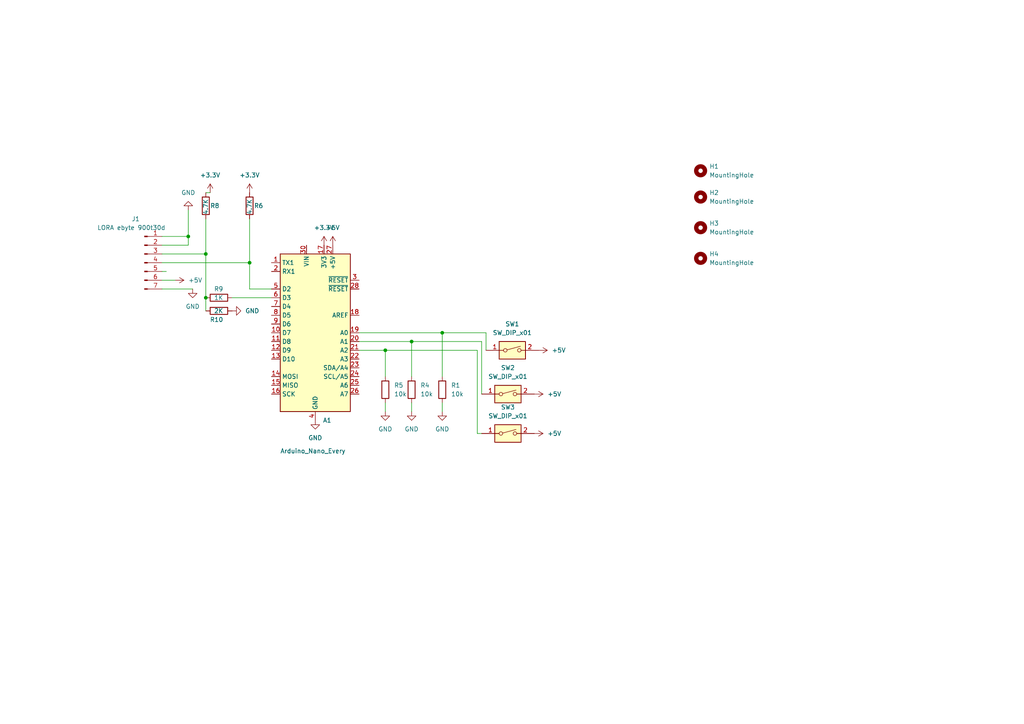
<source format=kicad_sch>
(kicad_sch (version 20230121) (generator eeschema)
  (paper "A4")
  (lib_symbols
    (symbol "Connector:Conn_01x07_Pin" (pin_names (offset 1.016) hide)
      (property "Reference" "J" (at 0 10.16 0))
      (property "Value" "Conn_01x07_Pin" (at 0 -10.16 0))
      (symbol "Conn_01x07_Pin_1_1"
        (polyline (pts (xy 1.27 -7.62) (xy 0.8636 -7.62)) (stroke (width 0.1524)))
        (polyline (pts (xy 1.27 -5.08) (xy 0.8636 -5.08)) (stroke (width 0.1524)))
        (polyline (pts (xy 1.27 -2.54) (xy 0.8636 -2.54)) (stroke (width 0.1524)))
        (polyline (pts (xy 1.27 0) (xy 0.8636 0)) (stroke (width 0.1524)))
        (polyline (pts (xy 1.27 2.54) (xy 0.8636 2.54)) (stroke (width 0.1524)))
        (polyline (pts (xy 1.27 5.08) (xy 0.8636 5.08)) (stroke (width 0.1524)))
        (polyline (pts (xy 1.27 7.62) (xy 0.8636 7.62)) (stroke (width 0.1524)))
        (rectangle (start 0.8636 -7.493) (end 0 -7.747) (stroke (width 0.1524)) (fill (type outline)))
        (rectangle (start 0.8636 -4.953) (end 0 -5.207) (stroke (width 0.1524)) (fill (type outline)))
        (rectangle (start 0.8636 -2.413) (end 0 -2.667) (stroke (width 0.1524)) (fill (type outline)))
        (rectangle (start 0.8636 0.127) (end 0 -0.127) (stroke (width 0.1524)) (fill (type outline)))
        (rectangle (start 0.8636 2.667) (end 0 2.413) (stroke (width 0.1524)) (fill (type outline)))
        (rectangle (start 0.8636 5.207) (end 0 4.953) (stroke (width 0.1524)) (fill (type outline)))
        (rectangle (start 0.8636 7.747) (end 0 7.493) (stroke (width 0.1524)) (fill (type outline)))
        (pin passive line (at 5.08 7.62 180) (length 3.81) (name "Pin_1") (number "1"))
        (pin passive line (at 5.08 5.08 180) (length 3.81) (name "Pin_2") (number "2"))
        (pin passive line (at 5.08 2.54 180) (length 3.81) (name "Pin_3") (number "3"))
        (pin passive line (at 5.08 0 180) (length 3.81) (name "Pin_4") (number "4"))
        (pin passive line (at 5.08 -2.54 180) (length 3.81) (name "Pin_5") (number "5"))
        (pin passive line (at 5.08 -5.08 180) (length 3.81) (name "Pin_6") (number "6"))
        (pin passive line (at 5.08 -7.62 180) (length 3.81) (name "Pin_7") (number "7"))
      )
    )
    (symbol "Device:R" (pin_numbers hide) (pin_names (offset 0))
      (property "Reference" "R" (at 2.032 0 90))
      (property "Value" "R" (at 0 0 90))
      (symbol "R_0_1"
        (rectangle (start -1.016 -2.54) (end 1.016 2.54) (stroke (width 0.254)))
      )
      (symbol "R_1_1"
        (pin passive line (at 0 3.81 270) (length 1.27) (name "~") (number "1"))
        (pin passive line (at 0 -3.81 90) (length 1.27) (name "~") (number "2"))
      )
    )
    (symbol "MCU_Module:Arduino_Nano_Every"
      (property "Reference" "A" (at -10.16 23.495 0))
      (property "Value" "Arduino_Nano_Every" (at 5.08 -24.13 0))
      (symbol "Arduino_Nano_Every_0_1"
        (rectangle (start -10.16 22.86) (end 10.16 -22.86) (stroke (width 0.254)) (fill (type background)))
      )
      (symbol "Arduino_Nano_Every_1_1"
        (pin bidirectional line (at -12.7 20.32 0) (length 2.54) (name "TX1") (number "1"))
        (pin bidirectional line (at -12.7 0 0) (length 2.54) (name "D7") (number "10"))
        (pin bidirectional line (at -12.7 -2.54 0) (length 2.54) (name "D8") (number "11"))
        (pin bidirectional line (at -12.7 -5.08 0) (length 2.54) (name "D9") (number "12"))
        (pin bidirectional line (at -12.7 -7.62 0) (length 2.54) (name "D10") (number "13"))
        (pin bidirectional line (at -12.7 -12.7 0) (length 2.54) (name "MOSI") (number "14"))
        (pin bidirectional line (at -12.7 -15.24 0) (length 2.54) (name "MISO") (number "15"))
        (pin bidirectional line (at -12.7 -17.78 0) (length 2.54) (name "SCK") (number "16"))
        (pin power_out line (at 2.54 25.4 270) (length 2.54) (name "3V3") (number "17"))
        (pin input line (at 12.7 5.08 180) (length 2.54) (name "AREF") (number "18"))
        (pin bidirectional line (at 12.7 0 180) (length 2.54) (name "A0") (number "19"))
        (pin bidirectional line (at -12.7 17.78 0) (length 2.54) (name "RX1") (number "2"))
        (pin bidirectional line (at 12.7 -2.54 180) (length 2.54) (name "A1") (number "20"))
        (pin bidirectional line (at 12.7 -5.08 180) (length 2.54) (name "A2") (number "21"))
        (pin bidirectional line (at 12.7 -7.62 180) (length 2.54) (name "A3") (number "22"))
        (pin bidirectional line (at 12.7 -10.16 180) (length 2.54) (name "SDA/A4") (number "23"))
        (pin bidirectional line (at 12.7 -12.7 180) (length 2.54) (name "SCL/A5") (number "24"))
        (pin bidirectional line (at 12.7 -15.24 180) (length 2.54) (name "A6") (number "25"))
        (pin bidirectional line (at 12.7 -17.78 180) (length 2.54) (name "A7") (number "26"))
        (pin power_out line (at 5.08 25.4 270) (length 2.54) (name "+5V") (number "27"))
        (pin input line (at 12.7 12.7 180) (length 2.54) (name "~{RESET}") (number "28"))
        (pin passive line (at 0 -25.4 90) (length 2.54) hide (name "GND") (number "29"))
        (pin input line (at 12.7 15.24 180) (length 2.54) (name "~{RESET}") (number "3"))
        (pin power_in line (at -2.54 25.4 270) (length 2.54) (name "VIN") (number "30"))
        (pin power_in line (at 0 -25.4 90) (length 2.54) (name "GND") (number "4"))
        (pin bidirectional line (at -12.7 12.7 0) (length 2.54) (name "D2") (number "5"))
        (pin bidirectional line (at -12.7 10.16 0) (length 2.54) (name "D3") (number "6"))
        (pin bidirectional line (at -12.7 7.62 0) (length 2.54) (name "D4") (number "7"))
        (pin bidirectional line (at -12.7 5.08 0) (length 2.54) (name "D5") (number "8"))
        (pin bidirectional line (at -12.7 2.54 0) (length 2.54) (name "D6") (number "9"))
      )
    )
    (symbol "Mechanical:MountingHole" (pin_names (offset 1.016))
      (property "Reference" "H" (at 0 5.08 0))
      (property "Value" "MountingHole" (at 0 3.175 0))
      (symbol "MountingHole_0_1"
        (circle (center 0 0) (radius 1.27) (stroke (width 1.27)))
      )
    )
    (symbol "Switch:SW_DIP_x01" (pin_names (offset 0) hide)
      (property "Reference" "SW" (at 0 3.81 0))
      (property "Value" "SW_DIP_x01" (at 0 -3.81 0))
      (symbol "SW_DIP_x01_0_0"
        (circle (center -2.032 0) (radius 0.508))
        (polyline (pts (xy -1.524 0.127) (xy 2.3622 1.1684)))
        (circle (center 2.032 0) (radius 0.508))
      )
      (symbol "SW_DIP_x01_0_1"
        (rectangle (start -3.81 2.54) (end 3.81 -2.54) (stroke (width 0.254)) (fill (type background)))
      )
      (symbol "SW_DIP_x01_1_1"
        (pin passive line (at -7.62 0 0) (length 5.08) (name "~") (number "1"))
        (pin passive line (at 7.62 0 180) (length 5.08) (name "~") (number "2"))
      )
    )
    (symbol "power:+3.3V" (power) (pin_names (offset 0))
      (property "Value" "+3.3V" (at 0 3.556 0))
      (symbol "+3.3V_0_1"
        (polyline (pts (xy -0.762 1.27) (xy 0 2.54)))
        (polyline (pts (xy 0 0) (xy 0 2.54)))
        (polyline (pts (xy 0 2.54) (xy 0.762 1.27)))
      )
      (symbol "+3.3V_1_1"
        (pin power_in line (at 0 0 90) (length 0) hide (name "+3.3V") (number "1"))
      )
    )
    (symbol "power:+5V" (power) (pin_names (offset 0))
      (property "Value" "+5V" (at 0 3.556 0))
      (symbol "+5V_0_1"
        (polyline (pts (xy -0.762 1.27) (xy 0 2.54)))
        (polyline (pts (xy 0 0) (xy 0 2.54)))
        (polyline (pts (xy 0 2.54) (xy 0.762 1.27)))
      )
      (symbol "+5V_1_1"
        (pin power_in line (at 0 0 90) (length 0) hide (name "+5V") (number "1"))
      )
    )
    (symbol "power:GND" (power) (pin_names (offset 0))
      (property "Value" "GND" (at 0 -3.81 0))
      (symbol "GND_0_1"
        (polyline (pts (xy 0 0) (xy 0 -1.27) (xy 1.27 -1.27) (xy 0 -2.54) (xy -1.27 -1.27) (xy 0 -1.27)))
      )
      (symbol "GND_1_1"
        (pin power_in line (at 0 0 270) (length 0) hide (name "GND") (number "1"))
      )
    )
  )
  (junction (at 72.39 76.2))
  (junction (at 119.38 99.06))
  (junction (at 59.69 73.66))
  (junction (at 54.61 68.58))
  (junction (at 59.69 86.36))
  (junction (at 128.27 96.52))
  (junction (at 111.76 101.6))
  (wire (pts (xy 46.99 81.28) (xy 50.8 81.28)))
  (wire (pts (xy 46.99 76.2) (xy 72.39 76.2)))
  (wire (pts (xy 128.27 96.52) (xy 128.27 109.22)))
  (wire (pts (xy 138.43 101.6) (xy 138.43 125.73)))
  (wire (pts (xy 128.27 116.84) (xy 128.27 119.38)))
  (wire (pts (xy 104.14 99.06) (xy 119.38 99.06)))
  (wire (pts (xy 111.76 101.6) (xy 138.43 101.6)))
  (wire (pts (xy 46.99 68.58) (xy 54.61 68.58)))
  (wire (pts (xy 119.38 99.06) (xy 139.7 99.06)))
  (wire (pts (xy 140.97 96.52) (xy 140.97 101.6)))
  (wire (pts (xy 119.38 99.06) (xy 119.38 109.22)))
  (wire (pts (xy 139.7 99.06) (xy 139.7 114.3)))
  (wire (pts (xy 54.61 71.12) (xy 54.61 68.58)))
  (wire (pts (xy 59.69 86.36) (xy 59.69 90.17)))
  (wire (pts (xy 104.14 96.52) (xy 128.27 96.52)))
  (wire (pts (xy 46.99 71.12) (xy 54.61 71.12)))
  (wire (pts (xy 72.39 83.82) (xy 78.74 83.82)))
  (wire (pts (xy 104.14 101.6) (xy 111.76 101.6)))
  (wire (pts (xy 111.76 101.6) (xy 111.76 109.22)))
  (wire (pts (xy 119.38 116.84) (xy 119.38 119.38)))
  (wire (pts (xy 59.69 63.5) (xy 59.69 73.66)))
  (wire (pts (xy 111.76 116.84) (xy 111.76 119.38)))
  (wire (pts (xy 138.43 125.73) (xy 139.7 125.73)))
  (wire (pts (xy 67.31 86.36) (xy 78.74 86.36)))
  (wire (pts (xy 72.39 63.5) (xy 72.39 76.2)))
  (wire (pts (xy 59.69 55.88) (xy 60.96 55.88)))
  (wire (pts (xy 46.99 73.66) (xy 59.69 73.66)))
  (wire (pts (xy 46.99 83.82) (xy 55.88 83.82)))
  (wire (pts (xy 54.61 68.58) (xy 54.61 60.96)))
  (wire (pts (xy 128.27 96.52) (xy 140.97 96.52)))
  (wire (pts (xy 59.69 73.66) (xy 59.69 86.36)))
  (wire (pts (xy 72.39 76.2) (xy 72.39 83.82)))
  (wire (pts (xy 46.99 78.74) (xy 48.26 78.74)))
  (symbol (lib_id "Mechanical:MountingHole") (at 203.2 74.93 0) (unit 1)
    (property "Reference" "H4" (at 205.74 73.66 0) (effects (justify left)))
    (property "Value" "MountingHole" (at 205.74 76.2 0) (effects (justify left)))
    (property "Footprint" "MountingHole:MountingHole_2.5mm" (effects hide))
  )
  (symbol (lib_id "Mechanical:MountingHole") (at 203.2 57.15 0) (unit 1)
    (property "Reference" "H2" (at 205.74 55.88 0) (effects (justify left)))
    (property "Value" "MountingHole" (at 205.74 58.42 0) (effects (justify left)))
    (property "Footprint" "MountingHole:MountingHole_2.5mm" (effects hide))
  )
  (symbol (lib_id "power:GND") (at 111.76 119.38 0) (unit 1)
    (property "Reference" "#PWR03" (effects hide))
    (property "Value" "GND" (at 111.76 124.46 0))
  )
  (symbol (lib_id "Device:R") (at 111.76 113.03 0) (unit 1)
    (property "Reference" "R5" (at 114.3 111.76 0) (effects (justify left)))
    (property "Value" "10k" (at 114.3 114.3 0) (effects (justify left)))
    (property "Footprint" "Resistor_THT:R_Axial_DIN0207_L6.3mm_D2.5mm_P10.16mm_Horizontal" (effects hide))
  )
  (symbol (lib_id "Device:R") (at 63.5 86.36 270) (unit 1)
    (property "Reference" "R9" (at 64.77 83.82 90) (effects (justify right)))
    (property "Value" "1K" (at 64.77 86.36 90) (effects (justify right)))
    (property "Footprint" "Resistor_THT:R_Axial_DIN0207_L6.3mm_D2.5mm_P10.16mm_Horizontal" (effects hide))
  )
  (symbol (lib_id "power:+5V") (at 96.52 71.12 0) (unit 1)
    (property "Reference" "#PWR04" (effects hide))
    (property "Value" "+5V" (at 96.52 66.04 0))
  )
  (symbol (lib_id "power:GND") (at 67.31 90.17 90) (unit 1)
    (property "Reference" "#PWR012" (effects hide))
    (property "Value" "GND" (at 71.12 90.17 90) (effects (justify right)))
  )
  (symbol (lib_id "power:+3.3V") (at 93.98 71.12 0) (unit 1)
    (property "Reference" "#PWR09" (effects hide))
    (property "Value" "+3.3V" (at 93.98 66.04 0))
  )
  (symbol (lib_id "Switch:SW_DIP_x01") (at 147.32 114.3 0) (unit 1)
    (property "Reference" "SW2" (at 147.32 106.68 0))
    (property "Value" "SW_DIP_x01" (at 147.32 109.22 0))
    (property "Footprint" "Connector_PinSocket_2.54mm:PinSocket_1x02_P2.54mm_Vertical" (effects hide))
  )
  (symbol (lib_id "power:+5V") (at 154.94 114.3 270) (unit 1)
    (property "Reference" "#PWR06" (effects hide))
    (property "Value" "+5V" (at 158.75 114.3 90) (effects (justify left)))
  )
  (symbol (lib_id "Device:R") (at 63.5 90.17 270) (unit 1)
    (property "Reference" "R10" (at 64.77 92.71 90) (effects (justify right)))
    (property "Value" "2K" (at 64.77 90.17 90) (effects (justify right)))
    (property "Footprint" "Resistor_THT:R_Axial_DIN0207_L6.3mm_D2.5mm_P10.16mm_Horizontal" (effects hide))
  )
  (symbol (lib_id "Mechanical:MountingHole") (at 203.2 49.53 0) (unit 1)
    (property "Reference" "H1" (at 205.74 48.26 0) (effects (justify left)))
    (property "Value" "MountingHole" (at 205.74 50.8 0) (effects (justify left)))
    (property "Footprint" "MountingHole:MountingHole_2.5mm" (effects hide))
  )
  (symbol (lib_id "power:+5V") (at 156.21 101.6 270) (unit 1)
    (property "Reference" "#PWR05" (effects hide))
    (property "Value" "+5V" (at 160.02 101.6 90) (effects (justify left)))
  )
  (symbol (lib_id "Connector:Conn_01x07_Pin") (at 41.91 76.2 0) (unit 1)
    (property "Reference" "J1" (at 39.37 63.5 0))
    (property "Value" "LORA ebyte 900t30d" (at 38.1 66.04 0))
    (property "Footprint" "Connector_PinSocket_2.54mm:PinSocket_1x07_P2.54mm_Vertical" (effects hide))
  )
  (symbol (lib_id "Device:R") (at 59.69 59.69 180) (unit 1)
    (property "Reference" "R8" (at 60.96 59.69 0) (effects (justify right)))
    (property "Value" "4.7K" (at 59.69 62.23 90) (effects (justify right)))
    (property "Footprint" "Resistor_THT:R_Axial_DIN0207_L6.3mm_D2.5mm_P10.16mm_Horizontal" (effects hide))
  )
  (symbol (lib_id "Mechanical:MountingHole") (at 203.2 66.04 0) (unit 1)
    (property "Reference" "H3" (at 205.74 64.77 0) (effects (justify left)))
    (property "Value" "MountingHole" (at 205.74 67.31 0) (effects (justify left)))
    (property "Footprint" "MountingHole:MountingHole_2.5mm" (effects hide))
  )
  (symbol (lib_id "MCU_Module:Arduino_Nano_Every") (at 91.44 96.52 0) (unit 1)
    (property "Reference" "A1" (at 93.6341 121.92 0) (effects (justify left)))
    (property "Value" "Arduino_Nano_Every" (at 81.28 130.81 0) (effects (justify left)))
    (property "Footprint" "Module:Arduino_Nano" (effects hide))
    (property "Datasheet" "https://content.arduino.cc/assets/NANOEveryV3.0_sch.pdf" (effects hide))
  )
  (symbol (lib_id "power:GND") (at 55.88 83.82 0) (unit 1)
    (property "Reference" "#PWR014" (effects hide))
    (property "Value" "GND" (at 55.88 88.9 0))
  )
  (symbol (lib_id "Switch:SW_DIP_x01") (at 148.59 101.6 0) (unit 1)
    (property "Reference" "SW1" (at 148.59 93.98 0))
    (property "Value" "SW_DIP_x01" (at 148.59 96.52 0))
    (property "Footprint" "Connector_PinSocket_2.54mm:PinSocket_1x02_P2.54mm_Vertical" (effects hide))
  )
  (symbol (lib_id "Device:R") (at 72.39 59.69 180) (unit 1)
    (property "Reference" "R6" (at 73.66 59.69 0) (effects (justify right)))
    (property "Value" "4.7K" (at 72.39 62.23 90) (effects (justify right)))
    (property "Footprint" "Resistor_THT:R_Axial_DIN0207_L6.3mm_D2.5mm_P10.16mm_Horizontal" (effects hide))
  )
  (symbol (lib_id "Switch:SW_DIP_x01") (at 147.32 125.73 0) (unit 1)
    (property "Reference" "SW3" (at 147.32 118.11 0))
    (property "Value" "SW_DIP_x01" (at 147.32 120.65 0))
    (property "Footprint" "Connector_PinSocket_2.54mm:PinSocket_1x02_P2.54mm_Vertical" (effects hide))
  )
  (symbol (lib_id "Device:R") (at 119.38 113.03 0) (unit 1)
    (property "Reference" "R4" (at 121.92 111.76 0) (effects (justify left)))
    (property "Value" "10k" (at 121.92 114.3 0) (effects (justify left)))
    (property "Footprint" "Resistor_THT:R_Axial_DIN0207_L6.3mm_D2.5mm_P10.16mm_Horizontal" (effects hide))
  )
  (symbol (lib_id "power:GND") (at 54.61 60.96 180) (unit 1)
    (property "Reference" "#PWR013" (effects hide))
    (property "Value" "GND" (at 54.61 55.88 0))
  )
  (symbol (lib_id "power:+5V") (at 50.8 81.28 270) (unit 1)
    (property "Reference" "#PWR016" (effects hide))
    (property "Value" "+5V" (at 54.61 81.28 90) (effects (justify left)))
  )
  (symbol (lib_id "power:+3.3V") (at 72.39 55.88 0) (unit 1)
    (property "Reference" "#PWR015" (effects hide))
    (property "Value" "+3.3V" (at 72.39 50.8 0))
  )
  (symbol (lib_id "power:GND") (at 119.38 119.38 0) (unit 1)
    (property "Reference" "#PWR02" (effects hide))
    (property "Value" "GND" (at 119.38 124.46 0))
  )
  (symbol (lib_id "power:GND") (at 128.27 119.38 0) (unit 1)
    (property "Reference" "#PWR01" (effects hide))
    (property "Value" "GND" (at 128.27 124.46 0))
  )
  (symbol (lib_id "power:+5V") (at 154.94 125.73 270) (unit 1)
    (property "Reference" "#PWR07" (effects hide))
    (property "Value" "+5V" (at 158.75 125.73 90) (effects (justify left)))
  )
  (symbol (lib_id "power:+3.3V") (at 60.96 55.88 0) (unit 1)
    (property "Reference" "#PWR010" (effects hide))
    (property "Value" "+3.3V" (at 60.96 50.8 0))
  )
  (symbol (lib_id "Device:R") (at 128.27 113.03 0) (unit 1)
    (property "Reference" "R1" (at 130.81 111.76 0) (effects (justify left)))
    (property "Value" "10k" (at 130.81 114.3 0) (effects (justify left)))
    (property "Footprint" "Resistor_THT:R_Axial_DIN0207_L6.3mm_D2.5mm_P10.16mm_Horizontal" (effects hide))
  )
  (symbol (lib_id "power:GND") (at 91.44 121.92 0) (unit 1)
    (property "Reference" "#PWR08" (effects hide))
    (property "Value" "GND" (at 91.44 127 0))
  )
)
</source>
